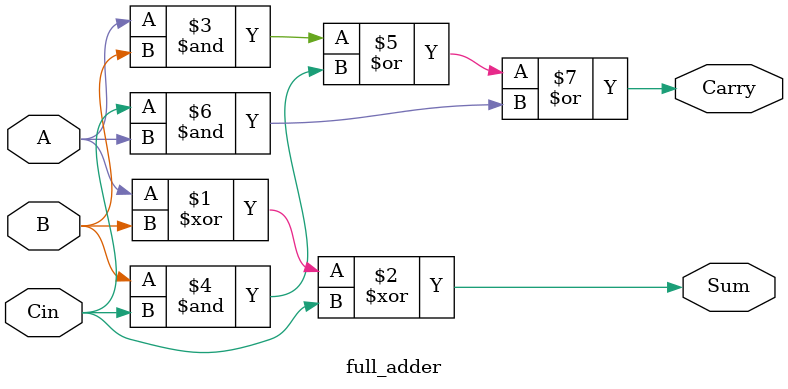
<source format=v>
`timescale 1ns / 1ps


module top_multiplier(data_A, data_B, data_out);

input [3:0] data_A, data_B;
output [7:0] data_out;

wire [39:0] int_val;

//Bit-wise multiplication
and a1(int_val[0], data_A[0], data_B[0]);
and a2(int_val[1], data_A[1], data_B[0]);
and a3(int_val[2], data_A[2], data_B[0]);
and a4(int_val[3], data_A[3], data_B[0]);

and a5(int_val[4], data_A[0], data_B[1]);
and a6(int_val[5], data_A[1], data_B[1]);
and a7(int_val[6], data_A[2], data_B[1]);
and a8(int_val[7], data_A[3], data_B[1]);

and a9(int_val[8], data_A[0], data_B[2]);
and a10(int_val[9], data_A[1], data_B[2]);
and a11(int_val[10], data_A[2], data_B[2]);
and a12(int_val[11], data_A[3], data_B[2]);

and a13(int_val[12], data_A[0], data_B[3]);
and a14(int_val[13], data_A[1], data_B[3]);
and a15(int_val[14], data_A[2], data_B[3]);
and a16(int_val[15], data_A[3], data_B[3]);

//Full Adders Instantiation
full_adder fa1(1'b0, int_val[1], int_val[4], int_val[16], int_val[17]);
full_adder fa2(1'b0, int_val[2], int_val[5], int_val[18], int_val[19]);
full_adder fa3(1'b0, int_val[3], int_val[6], int_val[20], int_val[21]);

full_adder fa4(int_val[8], int_val[17], int_val[18], int_val[22], int_val[23]);
full_adder fa5(int_val[9], int_val[19], int_val[20], int_val[24], int_val[25]);
full_adder fa6(int_val[10], int_val[7], int_val[21], int_val[26], int_val[27]);

full_adder fa7(int_val[12], int_val[23], int_val[24], int_val[28], int_val[29]);
full_adder fa8(int_val[13], int_val[25], int_val[26], int_val[30], int_val[31]);
full_adder fa9(int_val[14], int_val[11], int_val[27], int_val[32], int_val[33]);

full_adder fa10(1'b0, int_val[29], int_val[30], int_val[34], int_val[35]);
full_adder fa11(int_val[31], int_val[32], int_val[35], int_val[36], int_val[37]);
full_adder fa12(int_val[15], int_val[33], int_val[37], int_val[38], int_val[39]);

assign data_out[0] = int_val[0];
assign data_out[1] = int_val[16];
assign data_out[2] = int_val[22];
assign data_out[3] = int_val[28];
assign data_out[4] = int_val[34];
assign data_out[5] = int_val[36];
assign data_out[6] = int_val[38];
assign data_out[7] = int_val[39];

endmodule

module full_adder(A, B, Cin, Sum, Carry);

input A, B, Cin;
output Sum, Carry;

assign Sum = A^B^Cin;
assign Carry = (A&B) | (B&Cin) | (Cin&A);

endmodule
</source>
